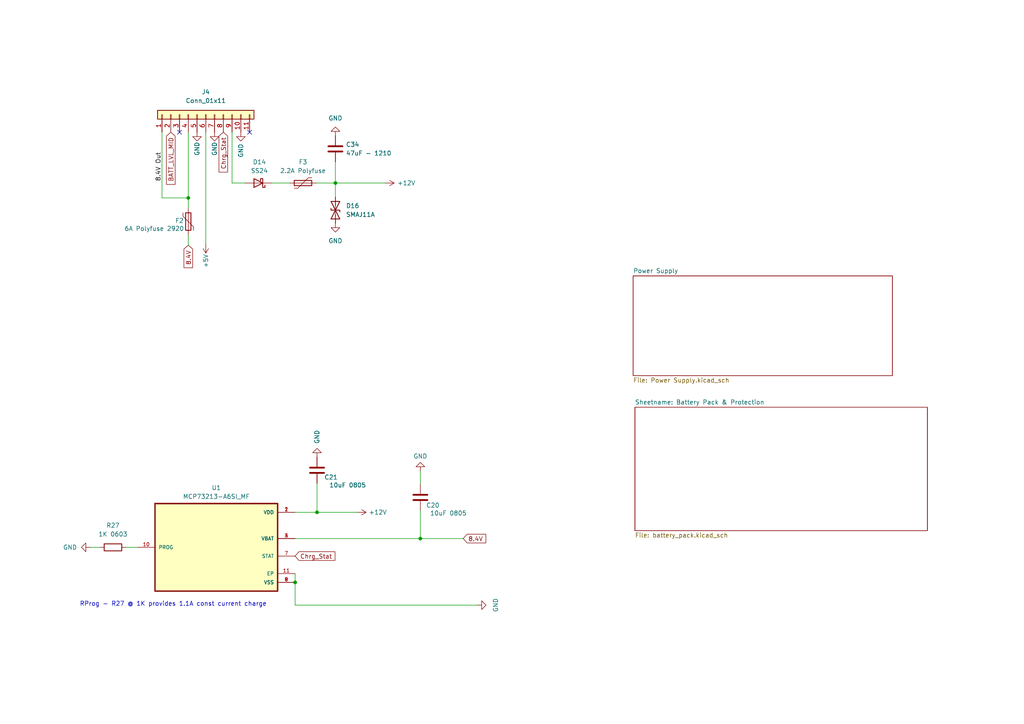
<source format=kicad_sch>
(kicad_sch (version 20250114) (generator "eeschema") (generator_version "9.0")
  (paper "A4")
  (title_block (title "OpenActionCam") (date "2025-04-10") (rev "0.2") (company "KBader94") (comment 1 "https://github.com/kbader94/OpenActionCam"))
  (lib_symbols
    (symbol "Connector_Generic:Conn_01x11" (pin_names (offset 1.016) (hide yes))
      (property "Reference" "J" (at 0 15.24 0))
      (property "Value" "Conn_01x11" (at 0 -15.24 0))
      (symbol "Conn_01x11_1_1"
        (rectangle (start -1.27 13.97) (end 1.27 -13.97) (stroke (width 0.254)) (fill (type background)))
        (rectangle (start -1.27 12.827) (end 0 12.573) (stroke (width 0.1524)))
        (rectangle (start -1.27 10.287) (end 0 10.033) (stroke (width 0.1524)))
        (rectangle (start -1.27 7.747) (end 0 7.493) (stroke (width 0.1524)))
        (rectangle (start -1.27 5.207) (end 0 4.953) (stroke (width 0.1524)))
        (rectangle (start -1.27 2.667) (end 0 2.413) (stroke (width 0.1524)))
        (rectangle (start -1.27 0.127) (end 0 -0.127) (stroke (width 0.1524)))
        (rectangle (start -1.27 -2.413) (end 0 -2.667) (stroke (width 0.1524)))
        (rectangle (start -1.27 -4.953) (end 0 -5.207) (stroke (width 0.1524)))
        (rectangle (start -1.27 -7.493) (end 0 -7.747) (stroke (width 0.1524)))
        (rectangle (start -1.27 -10.033) (end 0 -10.287) (stroke (width 0.1524)))
        (rectangle (start -1.27 -12.573) (end 0 -12.827) (stroke (width 0.1524)))
        (pin passive line (at -5.08 12.7 0) (length 3.81) (name "Pin_1") (number "1"))
        (pin passive line (at -5.08 10.16 0) (length 3.81) (name "Pin_2") (number "2"))
        (pin passive line (at -5.08 7.62 0) (length 3.81) (name "Pin_3") (number "3"))
        (pin passive line (at -5.08 5.08 0) (length 3.81) (name "Pin_4") (number "4"))
        (pin passive line (at -5.08 2.54 0) (length 3.81) (name "Pin_5") (number "5"))
        (pin passive line (at -5.08 0 0) (length 3.81) (name "Pin_6") (number "6"))
        (pin passive line (at -5.08 -2.54 0) (length 3.81) (name "Pin_7") (number "7"))
        (pin passive line (at -5.08 -5.08 0) (length 3.81) (name "Pin_8") (number "8"))
        (pin passive line (at -5.08 -7.62 0) (length 3.81) (name "Pin_9") (number "9"))
        (pin passive line (at -5.08 -10.16 0) (length 3.81) (name "Pin_10") (number "10"))
        (pin passive line (at -5.08 -12.7 0) (length 3.81) (name "Pin_11") (number "11"))
      )
    )
    (symbol "Device:C" (pin_numbers (hide yes)) (pin_names (offset 0.254))
      (property "Reference" "C" (at 0.635 2.54 0))
      (property "Value" "C" (at 0.635 -2.54 0))
      (symbol "C_0_1"
        (polyline (pts (xy -2.032 0.762) (xy 2.032 0.762)) (stroke (width 0.508)))
        (polyline (pts (xy -2.032 -0.762) (xy 2.032 -0.762)) (stroke (width 0.508)))
      )
      (symbol "C_1_1"
        (pin passive line (at 0 3.81 270) (length 2.794) (name "~") (number "1"))
        (pin passive line (at 0 -3.81 90) (length 2.794) (name "~") (number "2"))
      )
    )
    (symbol "Device:D_Schottky" (pin_numbers (hide yes)) (pin_names (offset 1.016) (hide yes))
      (property "Reference" "D" (at 0 2.54 0))
      (property "Value" "D_Schottky" (at 0 -2.54 0))
      (symbol "D_Schottky_0_1"
        (polyline (pts (xy -1.905 0.635) (xy -1.905 1.27) (xy -1.27 1.27) (xy -1.27 -1.27) (xy -0.635 -1.27) (xy -0.635 -0.635)) (stroke (width 0.254)))
        (polyline (pts (xy 1.27 1.27) (xy 1.27 -1.27) (xy -1.27 0) (xy 1.27 1.27)) (stroke (width 0.254)))
        (polyline (pts (xy 1.27 0) (xy -1.27 0)))
      )
      (symbol "D_Schottky_1_1"
        (pin passive line (at -3.81 0 0) (length 2.54) (name "K") (number "1"))
        (pin passive line (at 3.81 0 180) (length 2.54) (name "A") (number "2"))
      )
    )
    (symbol "Device:D_TVS" (pin_numbers (hide yes)) (pin_names (offset 1.016) (hide yes))
      (property "Reference" "D" (at 0 2.54 0))
      (property "Value" "D_TVS" (at 0 -2.54 0))
      (symbol "D_TVS_0_1"
        (polyline (pts (xy -2.54 1.27) (xy -2.54 -1.27) (xy 2.54 1.27) (xy 2.54 -1.27) (xy -2.54 1.27)) (stroke (width 0.254)))
        (polyline (pts (xy 0.508 1.27) (xy 0 1.27) (xy 0 -1.27) (xy -0.508 -1.27)) (stroke (width 0.254)))
        (polyline (pts (xy 1.27 0) (xy -1.27 0)))
      )
      (symbol "D_TVS_1_1"
        (pin passive line (at -3.81 0 0) (length 2.54) (name "A1") (number "1"))
        (pin passive line (at 3.81 0 180) (length 2.54) (name "A2") (number "2"))
      )
    )
    (symbol "Device:Polyfuse" (pin_numbers (hide yes)) (pin_names (offset 0))
      (property "Reference" "F" (at -2.54 0 90))
      (property "Value" "Polyfuse" (at 2.54 0 90))
      (symbol "Polyfuse_0_1"
        (polyline (pts (xy -1.524 2.54) (xy -1.524 1.524) (xy 1.524 -1.524) (xy 1.524 -2.54)))
        (rectangle (start -0.762 2.54) (end 0.762 -2.54) (stroke (width 0.254)))
        (polyline (pts (xy 0 2.54) (xy 0 -2.54)))
      )
      (symbol "Polyfuse_1_1"
        (pin passive line (at 0 3.81 270) (length 1.27) (name "~") (number "1"))
        (pin passive line (at 0 -3.81 90) (length 1.27) (name "~") (number "2"))
      )
    )
    (symbol "Device:R" (pin_numbers (hide yes)) (pin_names (offset 0))
      (property "Reference" "R" (at 2.032 0 90))
      (property "Value" "R" (at 0 0 90))
      (symbol "R_0_1"
        (rectangle (start -1.016 -2.54) (end 1.016 2.54) (stroke (width 0.254)))
      )
      (symbol "R_1_1"
        (pin passive line (at 0 3.81 270) (length 1.27) (name "~") (number "1"))
        (pin passive line (at 0 -3.81 90) (length 1.27) (name "~") (number "2"))
      )
    )
    (symbol "MCP73213-A6SI_MF:MCP73213-A6SI_MF" (pin_names (offset 1.016))
      (property "Reference" "U" (at -17.837 13.7392 0))
      (property "Value" "MCP73213-A6SI_MF" (at -17.8079 -16.7245 0))
      (symbol "MCP73213-A6SI_MF_0_0"
        (rectangle (start -17.78 -12.7) (end 17.78 12.7) (stroke (width 0.41)) (fill (type background)))
        (pin bidirectional line (at -22.86 0 0) (length 5.08) (name "PROG") (number "10"))
        (pin power_in line (at 22.86 10.16 180) (length 5.08) (name "VDD") (number "1"))
        (pin power_in line (at 22.86 10.16 180) (length 5.08) (name "VDD") (number "2"))
        (pin bidirectional line (at 22.86 2.54 180) (length 5.08) (name "VBAT") (number "3"))
        (pin bidirectional line (at 22.86 2.54 180) (length 5.08) (name "VBAT") (number "4"))
        (pin output line (at 22.86 -2.54 180) (length 5.08) (name "STAT") (number "7"))
        (pin power_in line (at 22.86 -7.62 180) (length 5.08) (name "EP") (number "11"))
        (pin power_in line (at 22.86 -10.16 180) (length 5.08) (name "VSS") (number "8"))
        (pin power_in line (at 22.86 -10.16 180) (length 5.08) (name "VSS") (number "9"))
      )
    )
    (symbol "power:+12V" (power) (pin_names (offset 0))
      (property "Value" "+12V" (at 0 3.556 0))
      (symbol "+12V_0_1"
        (polyline (pts (xy -0.762 1.27) (xy 0 2.54)))
        (polyline (pts (xy 0 2.54) (xy 0.762 1.27)))
        (polyline (pts (xy 0 0) (xy 0 2.54)))
      )
      (symbol "+12V_1_1"
        (pin power_in line (at 0 0 90) (length 0) (hide yes) (name "+12V") (number "1"))
      )
    )
    (symbol "power:+5V" (power) (pin_names (offset 0))
      (property "Value" "+5V" (at 0 3.556 0))
      (symbol "+5V_0_1"
        (polyline (pts (xy -0.762 1.27) (xy 0 2.54)))
        (polyline (pts (xy 0 2.54) (xy 0.762 1.27)))
        (polyline (pts (xy 0 0) (xy 0 2.54)))
      )
      (symbol "+5V_1_1"
        (pin power_in line (at 0 0 90) (length 0) (hide yes) (name "+5V") (number "1"))
      )
    )
    (symbol "power:GND" (power) (pin_names (offset 0))
      (property "Value" "GND" (at 0 -3.81 0))
      (symbol "GND_0_1"
        (polyline (pts (xy 0 0) (xy 0 -1.27) (xy 1.27 -1.27) (xy 0 -2.54) (xy -1.27 -1.27) (xy 0 -1.27)))
      )
      (symbol "GND_1_1"
        (pin power_in line (at 0 0 270) (length 0) (hide yes) (name "GND") (number "1"))
      )
    )
  )
  (text "RProg - R27 @ 1K provides 1.1A const current charge\n" (at 23.114 176.022 0) (effects (font (size 1.27 1.27)) (justify left bottom)))
  (junction (at 121.92 156.21))
  (junction (at 54.61 57.404))
  (junction (at 97.282 53.086))
  (junction (at 91.948 148.59))
  (junction (at 85.598 168.91))
  (no_connect (at 72.39 38.354))
  (no_connect (at 52.07 38.354))
  (wire (pts (xy 54.61 71.12) (xy 54.61 68.072)))
  (wire (pts (xy 121.92 136.652) (xy 121.92 140.462)))
  (wire (pts (xy 97.282 46.99) (xy 97.282 53.086)))
  (wire (pts (xy 46.99 57.404) (xy 54.61 57.404)))
  (wire (pts (xy 85.598 148.59) (xy 91.948 148.59)))
  (wire (pts (xy 91.948 148.59) (xy 91.948 140.208)))
  (wire (pts (xy 36.576 158.75) (xy 39.878 158.75)))
  (wire (pts (xy 91.948 148.59) (xy 103.632 148.59)))
  (wire (pts (xy 121.92 148.082) (xy 121.92 156.21)))
  (wire (pts (xy 59.69 38.354) (xy 59.69 70.866)))
  (wire (pts (xy 85.598 168.91) (xy 85.598 175.514)))
  (wire (pts (xy 46.99 38.354) (xy 46.99 57.404)))
  (wire (pts (xy 67.31 53.086) (xy 67.31 38.354)))
  (wire (pts (xy 91.694 53.086) (xy 97.282 53.086)))
  (wire (pts (xy 26.162 158.75) (xy 28.956 158.75)))
  (wire (pts (xy 97.282 53.086) (xy 111.76 53.086)))
  (wire (pts (xy 121.92 156.21) (xy 134.366 156.21)))
  (wire (pts (xy 85.598 175.514) (xy 138.43 175.514)))
  (wire (pts (xy 54.61 38.354) (xy 54.61 57.404)))
  (wire (pts (xy 54.61 57.404) (xy 54.61 60.452)))
  (wire (pts (xy 71.12 53.086) (xy 67.31 53.086)))
  (wire (pts (xy 84.074 53.086) (xy 78.74 53.086)))
  (wire (pts (xy 85.598 166.37) (xy 85.598 168.91)))
  (wire (pts (xy 85.598 156.21) (xy 121.92 156.21)))
  (wire (pts (xy 97.282 53.086) (xy 97.282 57.15)))
  (label "8.4V Out" (at 46.99 52.578 90))
  (global_label "8.4V" (shape input) (at 134.366 156.21 0) (property "Intersheetrefs" "${INTERSHEET_REFS}" (effects (hide yes))))
  (global_label "8.4V" (shape input) (at 54.61 71.12 270) (property "Intersheetrefs" "${INTERSHEET_REFS}" (effects (hide yes))))
  (global_label "BATT_LVL_MID" (shape input) (at 49.53 38.354 270) (property "Intersheetrefs" "${INTERSHEET_REFS}" (effects (hide yes))))
  (global_label "Chrg_Stat" (shape input) (at 64.77 38.354 270) (property "Intersheetrefs" "${INTERSHEET_REFS}" (effects (hide yes))))
  (global_label "Chrg_Stat" (shape input) (at 85.598 161.29 0) (property "Intersheetrefs" "${INTERSHEET_REFS}" (effects (hide yes))))
  (symbol (lib_id "power:+12V") (at 111.76 53.086 270) (unit 1)
    (property "Reference" "#PWR059" (effects (hide yes)))
    (property "Value" "+12V" (at 117.856 53.086 90))
  )
  (symbol (lib_id "Device:C") (at 97.282 43.18 0) (unit 1)
    (property "Reference" "C34" (at 100.33 41.91 0) (effects (justify left)))
    (property "Value" "47uF - 1210" (at 100.33 44.45 0) (effects (justify left)))
    (property "Footprint" "Resistor_SMD:R_1210_3225Metric_Pad1.30x2.65mm_HandSolder" (effects (hide yes)))
  )
  (symbol (lib_id "power:GND") (at 138.43 175.514 90) (unit 1)
    (property "Reference" "#PWR042" (effects (hide yes)))
    (property "Value" "GND" (at 143.764 175.514 0))
  )
  (symbol (lib_id "Device:Polyfuse") (at 87.884 53.086 90) (unit 1)
    (property "Reference" "F3" (at 87.884 46.99 90))
    (property "Value" "2.2A Polyfuse" (at 87.884 49.53 90))
    (property "Footprint" "Fuse:Fuse_1210_3225Metric_Pad1.42x2.65mm_HandSolder" (effects (hide yes)))
  )
  (symbol (lib_id "power:GND") (at 121.92 136.652 180) (unit 1)
    (property "Reference" "#PWR039" (effects (hide yes)))
    (property "Value" "GND" (at 121.92 132.334 0))
  )
  (symbol (lib_id "power:GND") (at 62.23 38.354 0) (unit 1)
    (property "Reference" "#PWR028" (effects (hide yes)))
    (property "Value" "GND" (at 62.23 43.18 90))
  )
  (symbol (lib_id "power:GND") (at 91.948 132.588 180) (unit 1)
    (property "Reference" "#PWR040" (effects (hide yes)))
    (property "Value" "GND" (at 91.948 128.778 90) (effects (justify right)))
  )
  (symbol (lib_id "power:GND") (at 97.282 39.37 180) (unit 1)
    (property "Reference" "#PWR070" (effects (hide yes)))
    (property "Value" "GND" (at 97.282 34.29 0))
  )
  (symbol (lib_id "power:GND") (at 97.282 64.77 0) (unit 1)
    (property "Reference" "#PWR014" (effects (hide yes)))
    (property "Value" "GND" (at 97.282 69.85 0))
  )
  (symbol (lib_id "Device:D_TVS") (at 97.282 60.96 90) (unit 1)
    (property "Reference" "D16" (at 100.33 59.69 90) (effects (justify right)))
    (property "Value" "SMAJ11A" (at 100.33 62.23 90) (effects (justify right)))
    (property "Footprint" "Diode_SMD:D_SMA_Handsoldering" (effects (hide yes)))
  )
  (symbol (lib_id "Device:C") (at 121.92 144.272 180) (unit 1)
    (property "Reference" "C20" (at 127.508 146.558 0) (effects (justify left)))
    (property "Value" "10uF 0805" (at 135.382 148.844 0) (effects (justify left)))
    (property "Footprint" "Capacitor_SMD:C_0603_1608Metric_Pad1.08x0.95mm_HandSolder" (effects (hide yes)))
  )
  (symbol (lib_id "power:+5V") (at 59.69 70.866 180) (unit 1)
    (property "Reference" "#PWR022" (effects (hide yes)))
    (property "Value" "+5V" (at 59.69 75.692 90))
  )
  (symbol (lib_id "power:GND") (at 26.162 158.75 270) (unit 1)
    (property "Reference" "#PWR030" (effects (hide yes)))
    (property "Value" "GND" (at 22.352 158.75 90) (effects (justify right)))
  )
  (symbol (lib_id "Device:Polyfuse") (at 54.61 64.262 0) (unit 1)
    (property "Reference" "F2" (at 50.8 64.008 0) (effects (justify left)))
    (property "Value" "6A Polyfuse 2920" (at 36.068 66.294 0) (effects (justify left)))
    (property "Footprint" "Fuse:Fuse_2920_7451Metric_Pad2.10x5.45mm_HandSolder" (effects (hide yes)))
  )
  (symbol (lib_id "MCP73213-A6SI_MF:MCP73213-A6SI_MF") (at 62.738 158.75 0) (unit 1)
    (property "Reference" "U1" (at 62.738 141.478 0))
    (property "Value" "MCP73213-A6SI_MF" (at 62.738 144.018 0))
    (property "Footprint" "MCP73213-A6SI_MF:SON50P300X300X100-11N" (effects (hide yes)))
    (property "Description" "Microchip MCP73213-A6SI/MF, Battery Charge Controller, 1100mA, 10-Pin DFN | Microchip Technology Inc. MCP73213-A6SI/MF" (effects (hide yes)))
    (property "MF" "Microchip Technology" (effects (hide yes)))
    (property "DESCRIPTION" "MCP Series 16V Dual-Cell Li-Ion/Li-Polymer Battery Charge Management Controller" (effects (hide yes)))
    (property "PACKAGE" "DFN-10 Microchip" (effects (hide yes)))
    (property "PRICE" "1.60 USD" (effects (hide yes)))
    (property "Package" "DFN-10 Microchip" (effects (hide yes)))
    (property "Check_prices" "https://www.snapeda.com/parts/MCP73213-A6SI/MF/Microchip/view-part/?ref=eda" (effects (hide yes)))
    (property "Price" "None" (effects (hide yes)))
    (property "SnapEDA_Link" "https://www.snapeda.com/parts/MCP73213-A6SI/MF/Microchip/view-part/?ref=snap" (effects (hide yes)))
    (property "MP" "MCP73213-A6SI/MF" (effects (hide yes)))
    (property "Availability" "In Stock" (effects (hide yes)))
    (property "AVAILABILITY" "Good" (effects (hide yes)))
    (property "SNAPEDA_PACKAGE_ID" "30778" (effects (hide yes)))
  )
  (symbol (lib_id "Device:C") (at 91.948 136.398 180) (unit 1)
    (property "Reference" "C21" (at 96.012 138.43 0))
    (property "Value" "10uF 0805" (at 100.838 140.716 0))
    (property "Footprint" "Capacitor_SMD:C_0603_1608Metric_Pad1.08x0.95mm_HandSolder" (effects (hide yes)))
  )
  (symbol (lib_id "Device:D_Schottky") (at 74.93 53.086 180) (unit 1)
    (property "Reference" "D14" (at 75.2475 46.99 0))
    (property "Value" "SS24" (at 75.2475 49.53 0))
    (property "Footprint" "Diode_SMD:D_SMA_Handsoldering" (effects (hide yes)))
  )
  (symbol (lib_id "power:GND") (at 69.85 38.354 0) (unit 1)
    (property "Reference" "#PWR041" (effects (hide yes)))
    (property "Value" "GND" (at 69.85 43.688 90))
  )
  (symbol (lib_id "Device:R") (at 32.766 158.75 90) (unit 1)
    (property "Reference" "R27" (at 32.766 152.4 90))
    (property "Value" "1K 0603" (at 32.766 154.94 90))
    (property "Footprint" "Resistor_SMD:R_0603_1608Metric" (effects (hide yes)))
  )
  (symbol (lib_id "Connector_Generic:Conn_01x11") (at 59.69 33.274 90) (unit 1)
    (property "Reference" "J4" (at 59.69 26.67 90))
    (property "Value" "Conn_01x11" (at 59.69 29.21 90))
    (property "Footprint" "Board:Board_outline" (effects (hide yes)))
  )
  (symbol (lib_id "power:GND") (at 57.15 38.354 0) (unit 1)
    (property "Reference" "#PWR044" (effects (hide yes)))
    (property "Value" "GND" (at 57.15 43.18 90))
  )
  (symbol (lib_id "power:+12V") (at 103.632 148.59 270) (unit 1)
    (property "Reference" "#PWR031" (effects (hide yes)))
    (property "Value" "+12V" (at 106.934 148.59 90) (effects (justify left)))
  )
  (sheet (at 184.15 118.11) (size 84.836 35.814) (stroke (width 0.1524))
    (property "Sheetname" "Battery Pack & Protection" (at 184.15 117.3984 0) (show_name yes) (effects (justify left bottom)))
    (property "Sheetfile" "battery_pack.kicad_sch" (at 184.15 154.5086 0) (effects (justify left top)))
  )
  (sheet (at 183.642 80.01) (size 75.184 28.956) (stroke (width 0.1524))
    (property "Sheetname" "Power Supply" (at 183.642 79.2984 0) (effects (justify left bottom)))
    (property "Sheetfile" "Power Supply.kicad_sch" (at 183.642 109.5506 0) (effects (justify left top)))
  )
)
</source>
